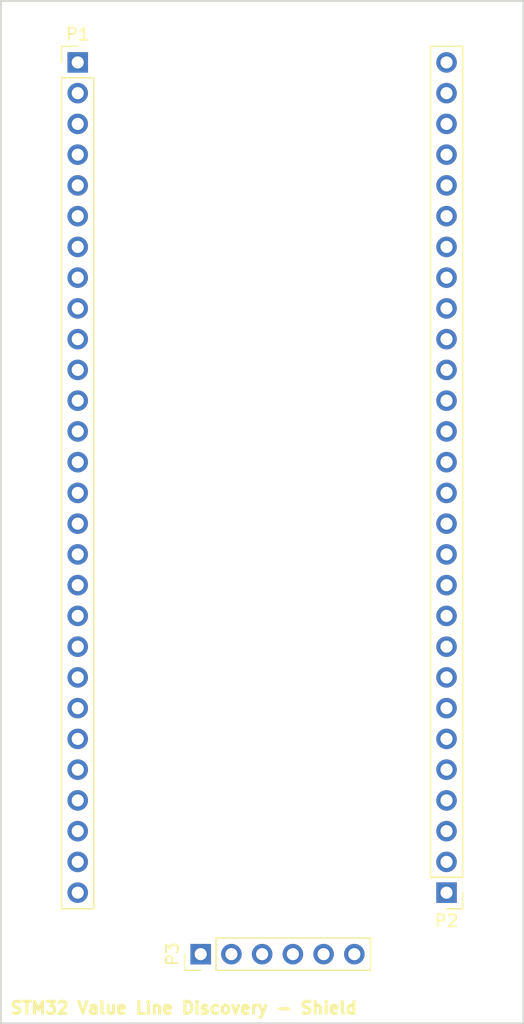
<source format=kicad_pcb>
(kicad_pcb (version 20221018) (generator pcbnew)
  (title_block (title "STM32 Value Line Discovery - Shiled board") (rev "1.0"))
  (layers (0 "F.Cu" signal) (31 "B.Cu" signal) (34 "B.Paste" user) (35 "F.Paste" user) (36 "B.SilkS" user "B.Silkscreen") (37 "F.SilkS" user "F.Silkscreen") (38 "B.Mask" user) (39 "F.Mask" user) (44 "Edge.Cuts" user))
  (net 0 "")
  (net 1 "GND")
  (net 2 "/PB10")
  (net 3 "/PB11")
  (net 4 "/PB12")
  (net 5 "/PB13")
  (net 6 "/PB14")
  (net 7 "/PB15")
  (net 9 "+3V3")
  (net 10 "/VBAT")
  (net 11 "/PC13")
  (net 12 "/PC14")
  (net 13 "/PC15")
  (net 14 "/PD0")
  (net 15 "/PD1")
  (net 16 "/RST")
  (net 17 "/PC0")
  (net 18 "/PC1")
  (net 19 "/PC2")
  (net 20 "/PC3")
  (net 21 "/PA0")
  (net 22 "/PA1")
  (net 23 "/PA2")
  (net 24 "/PA3")
  (net 25 "/PA4")
  (net 26 "/PA5")
  (net 27 "/PA6")
  (net 28 "/PA7")
  (net 29 "/PC4")
  (net 30 "/PC5")
  (net 31 "/PB0")
  (net 32 "/PB1")
  (net 33 "/PB2")
  (net 35 "+5V")
  (net 36 "/PB9")
  (net 37 "/PB8")
  (net 38 "/BOOT")
  (net 39 "/PB7")
  (net 40 "/PB6")
  (net 41 "/PB5")
  (net 42 "/PB4")
  (net 43 "/PB3")
  (net 44 "/PD2")
  (net 45 "/PC12")
  (net 46 "/PC11")
  (net 47 "/PC10")
  (net 48 "/PA15")
  (net 49 "/PA14")
  (net 50 "/PA13")
  (net 51 "/PA12")
  (net 52 "/PA11")
  (net 53 "/PA10")
  (net 54 "/PA9")
  (net 55 "/PA8")
  (net 56 "/PC9")
  (net 57 "/PC8")
  (net 58 "/PC7")
  (net 59 "/PC6")
  (footprint "Connector_PinHeader_2.54mm:PinHeader_1x28_P2.54mm_Vertical" (layer "F.Cu") (at 39.37 39.37)
    (fp_text reference "P1" (at 0 -2.33) (layer "F.SilkS"))
    (fp_text value "CONN28")
    (fp_line (start -1.33 -1.33) (end 0 -1.33) (stroke (width 0.12)) (layer "F.SilkS"))
    (fp_line (start -1.33 0) (end -1.33 -1.33) (stroke (width 0.12)) (layer "F.SilkS"))
    (fp_line (start -1.33 1.27) (end -1.33 69.91) (stroke (width 0.12)) (layer "F.SilkS"))
    (fp_line (start -1.33 1.27) (end 1.33 1.27) (stroke (width 0.12)) (layer "F.SilkS"))
    (fp_line (start -1.33 69.91) (end 1.33 69.91) (stroke (width 0.12)) (layer "F.SilkS"))
    (fp_line (start 1.33 1.27) (end 1.33 69.91) (stroke (width 0.12)) (layer "F.SilkS"))
    (pad "1" thru_hole rect locked (at 0 0) (size 1.7 1.7) (drill 1) (layers "*.Cu" "*.Mask") (net 1 "GND"))
    (pad "2" thru_hole oval locked (at 0 2.54) (size 1.7 1.7) (drill 1) (layers "*.Cu" "*.Mask"))
    (pad "3" thru_hole oval locked (at 0 5.08) (size 1.7 1.7) (drill 1) (layers "*.Cu" "*.Mask") (net 9 "+3V3"))
    (pad "4" thru_hole oval locked (at 0 7.62) (size 1.7 1.7) (drill 1) (layers "*.Cu" "*.Mask") (net 10 "/VBAT"))
    (pad "5" thru_hole oval locked (at 0 10.16) (size 1.7 1.7) (drill 1) (layers "*.Cu" "*.Mask") (net 11 "/PC13"))
    (pad "6" thru_hole oval locked (at 0 12.7) (size 1.7 1.7) (drill 1) (layers "*.Cu" "*.Mask") (net 12 "/PC14"))
    (pad "7" thru_hole oval locked (at 0 15.24) (size 1.7 1.7) (drill 1) (layers "*.Cu" "*.Mask") (net 13 "/PC15"))
    (pad "8" thru_hole oval locked (at 0 17.78) (size 1.7 1.7) (drill 1) (layers "*.Cu" "*.Mask") (net 14 "/PD0"))
    (pad "9" thru_hole oval locked (at 0 20.32) (size 1.7 1.7) (drill 1) (layers "*.Cu" "*.Mask") (net 15 "/PD1"))
    (pad "10" thru_hole oval locked (at 0 22.86) (size 1.7 1.7) (drill 1) (layers "*.Cu" "*.Mask") (net 16 "/RST"))
    (pad "11" thru_hole oval locked (at 0 25.4) (size 1.7 1.7) (drill 1) (layers "*.Cu" "*.Mask") (net 17 "/PC0"))
    (pad "12" thru_hole oval locked (at 0 27.94) (size 1.7 1.7) (drill 1) (layers "*.Cu" "*.Mask") (net 18 "/PC1"))
    (pad "13" thru_hole oval locked (at 0 30.48) (size 1.7 1.7) (drill 1) (layers "*.Cu" "*.Mask") (net 19 "/PC2"))
    (pad "14" thru_hole oval locked (at 0 33.02) (size 1.7 1.7) (drill 1) (layers "*.Cu" "*.Mask") (net 20 "/PC3"))
    (pad "15" thru_hole oval locked (at 0 35.56) (size 1.7 1.7) (drill 1) (layers "*.Cu" "*.Mask") (net 21 "/PA0"))
    (pad "16" thru_hole oval locked (at 0 38.1) (size 1.7 1.7) (drill 1) (layers "*.Cu" "*.Mask") (net 22 "/PA1"))
    (pad "17" thru_hole oval locked (at 0 40.64) (size 1.7 1.7) (drill 1) (layers "*.Cu" "*.Mask") (net 23 "/PA2"))
    (pad "18" thru_hole oval locked (at 0 43.18) (size 1.7 1.7) (drill 1) (layers "*.Cu" "*.Mask") (net 24 "/PA3"))
    (pad "19" thru_hole oval locked (at 0 45.72) (size 1.7 1.7) (drill 1) (layers "*.Cu" "*.Mask") (net 25 "/PA4"))
    (pad "20" thru_hole oval locked (at 0 48.26) (size 1.7 1.7) (drill 1) (layers "*.Cu" "*.Mask") (net 26 "/PA5"))
    (pad "21" thru_hole oval locked (at 0 50.8) (size 1.7 1.7) (drill 1) (layers "*.Cu" "*.Mask") (net 27 "/PA6"))
    (pad "22" thru_hole oval locked (at 0 53.34) (size 1.7 1.7) (drill 1) (layers "*.Cu" "*.Mask") (net 28 "/PA7"))
    (pad "23" thru_hole oval locked (at 0 55.88) (size 1.7 1.7) (drill 1) (layers "*.Cu" "*.Mask") (net 29 "/PC4"))
    (pad "24" thru_hole oval locked (at 0 58.42) (size 1.7 1.7) (drill 1) (layers "*.Cu" "*.Mask") (net 30 "/PC5"))
    (pad "25" thru_hole oval locked (at 0 60.96) (size 1.7 1.7) (drill 1) (layers "*.Cu" "*.Mask") (net 31 "/PB0"))
    (pad "26" thru_hole oval locked (at 0 63.5) (size 1.7 1.7) (drill 1) (layers "*.Cu" "*.Mask") (net 32 "/PB1"))
    (pad "27" thru_hole oval locked (at 0 66.04) (size 1.7 1.7) (drill 1) (layers "*.Cu" "*.Mask") (net 33 "/PB2"))
    (pad "28" thru_hole oval locked (at 0 68.58) (size 1.7 1.7) (drill 1) (layers "*.Cu" "*.Mask") (net 1 "GND"))
  )
  (footprint "Connector_PinHeader_2.54mm:PinHeader_1x28_P2.54mm_Vertical" (layer "F.Cu") (at 69.85 107.95 180)
    (fp_text reference "P2" (at 0 -2.33 180) (layer "F.SilkS"))
    (fp_text value "CONN28")
    (fp_line (start -1.33 -1.33) (end 0 -1.33) (stroke (width 0.12)) (layer "F.SilkS"))
    (fp_line (start -1.33 0) (end -1.33 -1.33) (stroke (width 0.12)) (layer "F.SilkS"))
    (fp_line (start -1.33 1.27) (end -1.33 69.91) (stroke (width 0.12)) (layer "F.SilkS"))
    (fp_line (start -1.33 1.27) (end 1.33 1.27) (stroke (width 0.12)) (layer "F.SilkS"))
    (fp_line (start -1.33 69.91) (end 1.33 69.91) (stroke (width 0.12)) (layer "F.SilkS"))
    (fp_line (start 1.33 1.27) (end 1.33 69.91) (stroke (width 0.12)) (layer "F.SilkS"))
    (pad "1" thru_hole rect locked (at 0 0 180) (size 1.7 1.7) (drill 1) (layers "*.Cu" "*.Mask") (net 1 "GND"))
    (pad "2" thru_hole oval locked (at 0 2.54 180) (size 1.7 1.7) (drill 1) (layers "*.Cu" "*.Mask") (net 59 "/PC6"))
    (pad "3" thru_hole oval locked (at 0 5.08 180) (size 1.7 1.7) (drill 1) (layers "*.Cu" "*.Mask") (net 58 "/PC7"))
    (pad "4" thru_hole oval locked (at 0 7.62 180) (size 1.7 1.7) (drill 1) (layers "*.Cu" "*.Mask") (net 57 "/PC8"))
    (pad "5" thru_hole oval locked (at 0 10.16 180) (size 1.7 1.7) (drill 1) (layers "*.Cu" "*.Mask") (net 56 "/PC9"))
    (pad "6" thru_hole oval locked (at 0 12.7 180) (size 1.7 1.7) (drill 1) (layers "*.Cu" "*.Mask") (net 55 "/PA8"))
    (pad "7" thru_hole oval locked (at 0 15.24 180) (size 1.7 1.7) (drill 1) (layers "*.Cu" "*.Mask") (net 54 "/PA9"))
    (pad "8" thru_hole oval locked (at 0 17.78 180) (size 1.7 1.7) (drill 1) (layers "*.Cu" "*.Mask") (net 53 "/PA10"))
    (pad "9" thru_hole oval locked (at 0 20.32 180) (size 1.7 1.7) (drill 1) (layers "*.Cu" "*.Mask") (net 52 "/PA11"))
    (pad "10" thru_hole oval locked (at 0 22.86 180) (size 1.7 1.7) (drill 1) (layers "*.Cu" "*.Mask") (net 51 "/PA12"))
    (pad "11" thru_hole oval locked (at 0 25.4 180) (size 1.7 1.7) (drill 1) (layers "*.Cu" "*.Mask") (net 50 "/PA13"))
    (pad "12" thru_hole oval locked (at 0 27.94 180) (size 1.7 1.7) (drill 1) (layers "*.Cu" "*.Mask") (net 49 "/PA14"))
    (pad "13" thru_hole oval locked (at 0 30.48 180) (size 1.7 1.7) (drill 1) (layers "*.Cu" "*.Mask") (net 48 "/PA15"))
    (pad "14" thru_hole oval locked (at 0 33.02 180) (size 1.7 1.7) (drill 1) (layers "*.Cu" "*.Mask") (net 47 "/PC10"))
    (pad "15" thru_hole oval locked (at 0 35.56 180) (size 1.7 1.7) (drill 1) (layers "*.Cu" "*.Mask") (net 46 "/PC11"))
    (pad "16" thru_hole oval locked (at 0 38.1 180) (size 1.7 1.7) (drill 1) (layers "*.Cu" "*.Mask") (net 45 "/PC12"))
    (pad "17" thru_hole oval locked (at 0 40.64 180) (size 1.7 1.7) (drill 1) (layers "*.Cu" "*.Mask") (net 44 "/PD2"))
    (pad "18" thru_hole oval locked (at 0 43.18 180) (size 1.7 1.7) (drill 1) (layers "*.Cu" "*.Mask") (net 43 "/PB3"))
    (pad "19" thru_hole oval locked (at 0 45.72 180) (size 1.7 1.7) (drill 1) (layers "*.Cu" "*.Mask") (net 42 "/PB4"))
    (pad "20" thru_hole oval locked (at 0 48.26 180) (size 1.7 1.7) (drill 1) (layers "*.Cu" "*.Mask") (net 41 "/PB5"))
    (pad "21" thru_hole oval locked (at 0 50.8 180) (size 1.7 1.7) (drill 1) (layers "*.Cu" "*.Mask") (net 40 "/PB6"))
    (pad "22" thru_hole oval locked (at 0 53.34 180) (size 1.7 1.7) (drill 1) (layers "*.Cu" "*.Mask") (net 39 "/PB7"))
    (pad "23" thru_hole oval locked (at 0 55.88 180) (size 1.7 1.7) (drill 1) (layers "*.Cu" "*.Mask") (net 38 "/BOOT"))
    (pad "24" thru_hole oval locked (at 0 58.42 180) (size 1.7 1.7) (drill 1) (layers "*.Cu" "*.Mask") (net 37 "/PB8"))
    (pad "25" thru_hole oval locked (at 0 60.96 180) (size 1.7 1.7) (drill 1) (layers "*.Cu" "*.Mask") (net 36 "/PB9"))
    (pad "26" thru_hole oval locked (at 0 63.5 180) (size 1.7 1.7) (drill 1) (layers "*.Cu" "*.Mask") (net 35 "+5V"))
    (pad "27" thru_hole oval locked (at 0 66.04 180) (size 1.7 1.7) (drill 1) (layers "*.Cu" "*.Mask"))
    (pad "28" thru_hole oval locked (at 0 68.58 180) (size 1.7 1.7) (drill 1) (layers "*.Cu" "*.Mask") (net 1 "GND"))
  )
  (footprint "Connector_PinHeader_2.54mm:PinHeader_1x06_P2.54mm_Vertical" (layer "F.Cu") (at 49.53 113.03 90)
    (fp_text reference "P3" (at 0 -2.33 90) (layer "F.SilkS"))
    (fp_text value "CONN6")
    (fp_line (start -1.33 -1.33) (end 0 -1.33) (stroke (width 0.12)) (layer "F.SilkS"))
    (fp_line (start -1.33 0) (end -1.33 -1.33) (stroke (width 0.12)) (layer "F.SilkS"))
    (fp_line (start -1.33 1.27) (end -1.33 14.03) (stroke (width 0.12)) (layer "F.SilkS"))
    (fp_line (start -1.33 1.27) (end 1.33 1.27) (stroke (width 0.12)) (layer "F.SilkS"))
    (fp_line (start -1.33 14.03) (end 1.33 14.03) (stroke (width 0.12)) (layer "F.SilkS"))
    (fp_line (start 1.33 1.27) (end 1.33 14.03) (stroke (width 0.12)) (layer "F.SilkS"))
    (pad "1" thru_hole rect (at 0 0 90) (size 1.7 1.7) (drill 1) (layers "*.Cu" "*.Mask") (net 2 "/PB10"))
    (pad "2" thru_hole oval (at 0 2.54 90) (size 1.7 1.7) (drill 1) (layers "*.Cu" "*.Mask") (net 3 "/PB11"))
    (pad "3" thru_hole oval (at 0 5.08 90) (size 1.7 1.7) (drill 1) (layers "*.Cu" "*.Mask") (net 4 "/PB12"))
    (pad "4" thru_hole oval (at 0 7.62 90) (size 1.7 1.7) (drill 1) (layers "*.Cu" "*.Mask") (net 5 "/PB13"))
    (pad "5" thru_hole oval (at 0 10.16 90) (size 1.7 1.7) (drill 1) (layers "*.Cu" "*.Mask") (net 6 "/PB14"))
    (pad "6" thru_hole oval (at 0 12.7 90) (size 1.7 1.7) (drill 1) (layers "*.Cu" "*.Mask") (net 7 "/PB15"))
  )
  (gr_line (start 76.2 118.745) (end 33.02 118.745) (stroke (width 0.14986)) (layer "Edge.Cuts"))
  (gr_line (start 33.02 34.29) (end 33.02 118.745) (stroke (width 0.14986)) (layer "Edge.Cuts"))
  (gr_line (start 33.02 34.29) (end 76.2 34.29) (stroke (width 0.14986)) (layer "Edge.Cuts"))
  (gr_line (start 76.2 118.745) (end 76.2 34.29) (stroke (width 0.14986)) (layer "Edge.Cuts"))
  (gr_text "STM32 Value Line Discovery - Shield" (at 48.133 117.475) (layer "F.SilkS") (effects (font (size 1.00076 1.00076) (thickness 0.25146))))
)
</source>
